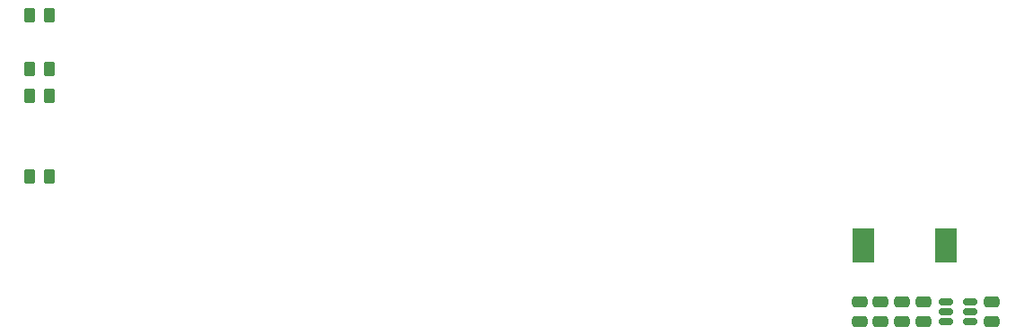
<source format=gbr>
%TF.GenerationSoftware,KiCad,Pcbnew,7.0.8*%
%TF.CreationDate,2023-11-22T21:49:45+11:00*%
%TF.ProjectId,Line 4.3,4c696e65-2034-42e3-932e-6b696361645f,rev?*%
%TF.SameCoordinates,Original*%
%TF.FileFunction,Paste,Top*%
%TF.FilePolarity,Positive*%
%FSLAX46Y46*%
G04 Gerber Fmt 4.6, Leading zero omitted, Abs format (unit mm)*
G04 Created by KiCad (PCBNEW 7.0.8) date 2023-11-22 21:49:45*
%MOMM*%
%LPD*%
G01*
G04 APERTURE LIST*
G04 Aperture macros list*
%AMRoundRect*
0 Rectangle with rounded corners*
0 $1 Rounding radius*
0 $2 $3 $4 $5 $6 $7 $8 $9 X,Y pos of 4 corners*
0 Add a 4 corners polygon primitive as box body*
4,1,4,$2,$3,$4,$5,$6,$7,$8,$9,$2,$3,0*
0 Add four circle primitives for the rounded corners*
1,1,$1+$1,$2,$3*
1,1,$1+$1,$4,$5*
1,1,$1+$1,$6,$7*
1,1,$1+$1,$8,$9*
0 Add four rect primitives between the rounded corners*
20,1,$1+$1,$2,$3,$4,$5,0*
20,1,$1+$1,$4,$5,$6,$7,0*
20,1,$1+$1,$6,$7,$8,$9,0*
20,1,$1+$1,$8,$9,$2,$3,0*%
G04 Aperture macros list end*
%ADD10RoundRect,0.250000X-0.262500X-0.450000X0.262500X-0.450000X0.262500X0.450000X-0.262500X0.450000X0*%
%ADD11RoundRect,0.250000X-0.475000X0.250000X-0.475000X-0.250000X0.475000X-0.250000X0.475000X0.250000X0*%
%ADD12RoundRect,0.250000X0.475000X-0.250000X0.475000X0.250000X-0.475000X0.250000X-0.475000X-0.250000X0*%
%ADD13R,2.000000X3.200000*%
%ADD14RoundRect,0.150000X0.512500X0.150000X-0.512500X0.150000X-0.512500X-0.150000X0.512500X-0.150000X0*%
G04 APERTURE END LIST*
D10*
%TO.C,R74*%
X107217500Y-129690000D03*
X109042500Y-129690000D03*
%TD*%
D11*
%TO.C,C2*%
X191500000Y-156800000D03*
X191500000Y-158700000D03*
%TD*%
D12*
%TO.C,C3*%
X187500000Y-158700000D03*
X187500000Y-156800000D03*
%TD*%
D13*
%TO.C,L1*%
X193650000Y-151500000D03*
X185850000Y-151500000D03*
%TD*%
D12*
%TO.C,C4*%
X185500000Y-158700000D03*
X185500000Y-156800000D03*
%TD*%
D10*
%TO.C,R72*%
X107217500Y-137310000D03*
X109042500Y-137310000D03*
%TD*%
%TO.C,R73*%
X107217500Y-134770000D03*
X109042500Y-134770000D03*
%TD*%
D12*
%TO.C,C5*%
X189500000Y-158700000D03*
X189500000Y-156800000D03*
%TD*%
%TO.C,C1*%
X198000000Y-158700000D03*
X198000000Y-156800000D03*
%TD*%
D14*
%TO.C,U1*%
X195887500Y-158700000D03*
X195887500Y-157750000D03*
X195887500Y-156800000D03*
X193612500Y-156800000D03*
X193612500Y-157750000D03*
X193612500Y-158700000D03*
%TD*%
D10*
%TO.C,R71*%
X107217500Y-144930000D03*
X109042500Y-144930000D03*
%TD*%
M02*

</source>
